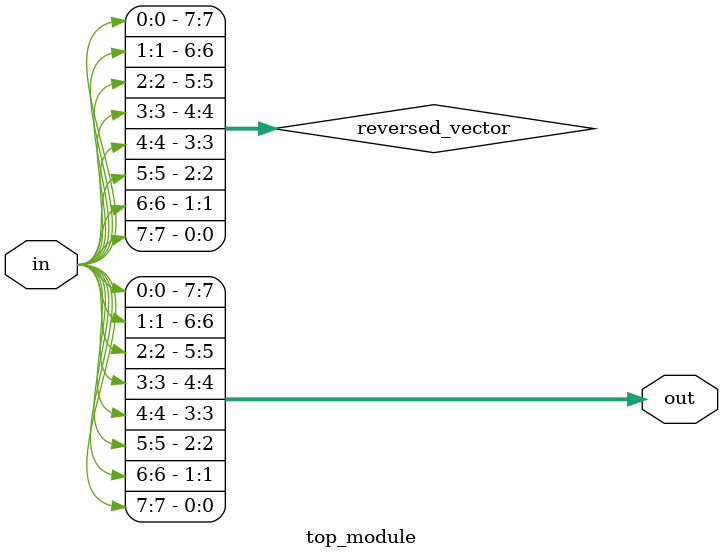
<source format=sv>
module top_module (
	input [7:0] in,
	output [7:0] out
);

	// Declare a wire to store the reversed vector
	wire [7:0] reversed_vector;
	
	// Reverse the bit ordering of the input vector
	assign reversed_vector = {in[0], in[1], in[2], in[3], in[4], in[5], in[6], in[7]};
	
	// Assign the reversed vector to the output
	assign out = reversed_vector;

endmodule

</source>
